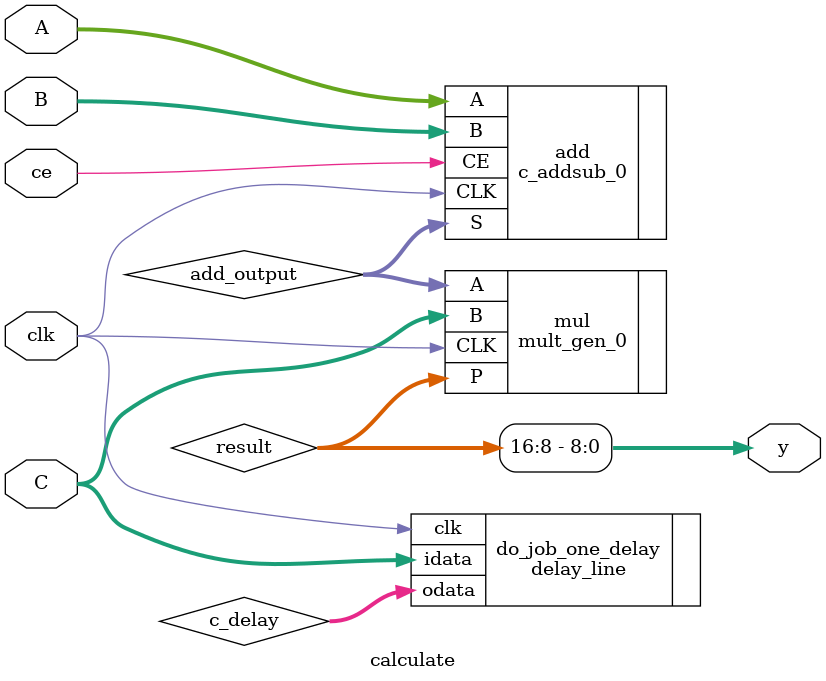
<source format=v>
`timescale 1ns / 1ps

module calculate(
        input clk,
        input ce,
        input [7:0]A,
        input [7:0]B,
        input [7:0]C,
        output [8:0]y
    );
    wire signed [8:0]add_output;
    wire signed [7:0]c_delay;
    wire signed [16:0]result;
    c_addsub_0 add(
        .A(A),
        .B(B),
        .CLK(clk),
        .CE(ce),
        .S(add_output)
    );
    delay_line #(
    .DELAY(2),
    .N(8)
    )do_job_one_delay
    (
    .clk(clk),
    .idata(C[7:0]),
    .odata(c_delay[7:0])    
    );
    mult_gen_0 mul(
        .CLK(clk),
        .A(add_output),
        .B(C),
        .P(result)
        
    );

    assign y=result[16:8];
endmodule

</source>
